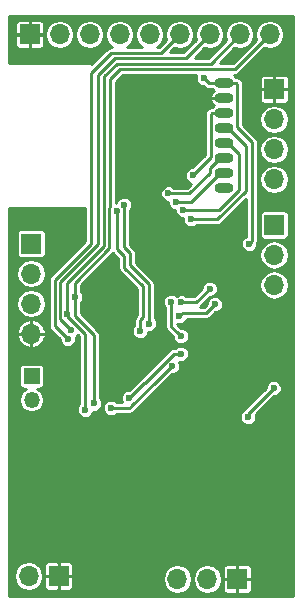
<source format=gbl>
G04 #@! TF.FileFunction,Copper,L2,Bot,Signal*
%FSLAX46Y46*%
G04 Gerber Fmt 4.6, Leading zero omitted, Abs format (unit mm)*
G04 Created by KiCad (PCBNEW 4.0.2-stable) date 9/8/2017 10:58:26 PM*
%MOMM*%
G01*
G04 APERTURE LIST*
%ADD10C,0.100000*%
%ADD11R,1.700000X1.700000*%
%ADD12O,1.700000X1.700000*%
%ADD13O,1.600000X0.900000*%
%ADD14R,1.350000X1.350000*%
%ADD15O,1.350000X1.350000*%
%ADD16C,0.600000*%
%ADD17C,0.250000*%
%ADD18C,0.254000*%
G04 APERTURE END LIST*
D10*
D11*
X102362000Y-97726500D03*
D12*
X102362000Y-100266500D03*
X102362000Y-102806500D03*
X102362000Y-105346500D03*
D11*
X104673600Y-125857200D03*
D12*
X102133600Y-125857200D03*
D11*
X119812000Y-126111200D03*
D12*
X117272000Y-126111200D03*
X114732000Y-126111200D03*
D11*
X122936000Y-96139000D03*
D12*
X122936000Y-98679000D03*
X122936000Y-101219000D03*
D13*
X118682000Y-84119000D03*
X118682000Y-85389000D03*
X118682000Y-86659000D03*
X118682000Y-87929000D03*
X118682000Y-89199000D03*
X118682000Y-90469000D03*
X118682000Y-91739000D03*
X118682000Y-93009000D03*
D11*
X102235000Y-80010000D03*
D12*
X104775000Y-80010000D03*
X107315000Y-80010000D03*
X109855000Y-80010000D03*
X112395000Y-80010000D03*
X114935000Y-80010000D03*
X117475000Y-80010000D03*
X120015000Y-80010000D03*
X122555000Y-80010000D03*
D11*
X122936000Y-84645500D03*
D12*
X122936000Y-87185500D03*
X122936000Y-89725500D03*
X122936000Y-92265500D03*
D14*
X102387400Y-108940600D03*
D15*
X102387400Y-110940600D03*
D16*
X115925600Y-112318800D03*
X110490000Y-114096800D03*
X105105200Y-112548000D03*
X103225600Y-115112800D03*
X119507000Y-95961200D03*
X108302100Y-101498400D03*
X115798600Y-85877400D03*
X122745500Y-112014000D03*
X114808000Y-88900000D03*
X110250000Y-92250000D03*
X120750000Y-107500000D03*
X116965000Y-83693000D03*
X120726200Y-112395000D03*
X122885200Y-109956600D03*
X120827800Y-97739200D03*
X115026620Y-105535914D03*
X114223800Y-102641400D03*
X107696000Y-111252000D03*
X106045000Y-102235000D03*
X106941192Y-111785400D03*
X105419980Y-103679292D03*
X111593063Y-105110640D03*
X109601000Y-94996000D03*
X112359813Y-104485620D03*
X110236000Y-94424500D03*
X105454309Y-105778411D03*
X105729339Y-105027161D03*
X109118400Y-111607600D03*
X114266093Y-108085507D03*
X115070632Y-102698152D03*
X116027200Y-91948000D03*
X117475000Y-101536500D03*
X115887500Y-95631000D03*
X115252500Y-94869000D03*
X113982500Y-93472000D03*
X114617500Y-94170500D03*
X117906800Y-102844600D03*
X114909600Y-103860600D03*
X110642400Y-110794800D03*
X115036600Y-107047100D03*
D17*
X120827800Y-97739200D02*
X121031000Y-97536000D01*
X121031000Y-97536000D02*
X121031000Y-89090500D01*
X121031000Y-89090500D02*
X119824500Y-87884000D01*
X119824500Y-87884000D02*
X119824500Y-84211500D01*
X119824500Y-84211500D02*
X119732000Y-84119000D01*
X119732000Y-84119000D02*
X118682000Y-84119000D01*
X118682000Y-84119000D02*
X117391000Y-84119000D01*
X117391000Y-84119000D02*
X116965000Y-83693000D01*
X120726200Y-112115600D02*
X120726200Y-112395000D01*
X122585201Y-110256599D02*
X120726200Y-112115600D01*
X122885200Y-109956600D02*
X122585201Y-110256599D01*
X114726621Y-105235915D02*
X115026620Y-105535914D01*
X114223800Y-104733094D02*
X114726621Y-105235915D01*
X114223800Y-102641400D02*
X114223800Y-104733094D01*
X108975998Y-94695998D02*
X108975998Y-98107500D01*
X106045000Y-101038498D02*
X108975998Y-98107500D01*
X106045000Y-102235000D02*
X106045000Y-101038498D01*
X107696000Y-110299500D02*
X107696000Y-111252000D01*
X107696000Y-105473500D02*
X107696000Y-110299500D01*
X106045000Y-103822500D02*
X107696000Y-105473500D01*
X106045000Y-102235000D02*
X106045000Y-103822500D01*
X109029500Y-94642496D02*
X108975998Y-94695998D01*
X109029500Y-83820000D02*
X109029500Y-94642496D01*
X119634000Y-82931000D02*
X109918500Y-82931000D01*
X109918500Y-82931000D02*
X109029500Y-83820000D01*
X122555000Y-80010000D02*
X119634000Y-82931000D01*
X106941192Y-105355102D02*
X106941192Y-111361136D01*
X105419980Y-103679292D02*
X105419980Y-103833890D01*
X105419980Y-103833890D02*
X106941192Y-105355102D01*
X106941192Y-111361136D02*
X106941192Y-111785400D01*
X120015000Y-80010000D02*
X117544011Y-82480989D01*
X105419980Y-103255028D02*
X105419980Y-103679292D01*
X105419980Y-101017110D02*
X105419980Y-103255028D01*
X108521500Y-97915590D02*
X105419980Y-101017110D01*
X108521500Y-83564589D02*
X108521500Y-97915590D01*
X109605100Y-82480989D02*
X108521500Y-83564589D01*
X117544011Y-82480989D02*
X109605100Y-82480989D01*
X111823500Y-103949500D02*
X111593063Y-104179937D01*
X111593063Y-104179937D02*
X111593063Y-105110640D01*
X111823500Y-101346000D02*
X111823500Y-103949500D01*
X110236000Y-99758500D02*
X111823500Y-101346000D01*
X110236000Y-98806000D02*
X110236000Y-99758500D01*
X109601000Y-98171000D02*
X110236000Y-98806000D01*
X109601000Y-95420264D02*
X109601000Y-98171000D01*
X109601000Y-94996000D02*
X109601000Y-95420264D01*
X109601000Y-95420264D02*
X109595491Y-95425773D01*
X112359813Y-104061356D02*
X112359813Y-104485620D01*
X112359813Y-103139613D02*
X112359813Y-104061356D01*
X112318800Y-103098600D02*
X112359813Y-103139613D01*
X112318800Y-103352600D02*
X112318800Y-103098600D01*
X112318800Y-103098600D02*
X112318800Y-101117400D01*
X112318800Y-101117400D02*
X110744000Y-99542600D01*
X110744000Y-99542600D02*
X110744000Y-98552000D01*
X110236000Y-98044000D02*
X110236000Y-94424500D01*
X110744000Y-98552000D02*
X110236000Y-98044000D01*
X107442000Y-83248500D02*
X107442000Y-97722270D01*
X105154310Y-105478412D02*
X105454309Y-105778411D01*
X104344967Y-104669069D02*
X105154310Y-105478412D01*
X104344967Y-100819303D02*
X104344967Y-104669069D01*
X107442000Y-97722270D02*
X104344967Y-100819303D01*
X109109533Y-81580967D02*
X107442000Y-83248500D01*
X113364033Y-81580967D02*
X109109533Y-81580967D01*
X114935000Y-80010000D02*
X113364033Y-81580967D01*
X117475000Y-80010000D02*
X115454022Y-82030978D01*
X105429340Y-104727162D02*
X105729339Y-105027161D01*
X104794978Y-101005702D02*
X104794978Y-104092800D01*
X108013500Y-97787180D02*
X104794978Y-101005702D01*
X109418700Y-82030978D02*
X108013500Y-83436178D01*
X108013500Y-83436178D02*
X108013500Y-97787180D01*
X115454022Y-82030978D02*
X109418700Y-82030978D01*
X104794978Y-104092800D02*
X105429340Y-104727162D01*
X110744000Y-111607600D02*
X109118400Y-111607600D01*
X110845600Y-111506000D02*
X110744000Y-111607600D01*
X113030000Y-109321600D02*
X110845600Y-111506000D01*
X113030000Y-109321600D02*
X113966094Y-108385506D01*
X113966094Y-108385506D02*
X114266093Y-108085507D01*
X115494896Y-102698152D02*
X115070632Y-102698152D01*
X116313348Y-102698152D02*
X115494896Y-102698152D01*
X117475000Y-101536500D02*
X116313348Y-102698152D01*
X116027200Y-91948000D02*
X117551200Y-90424000D01*
X117551200Y-90424000D02*
X117551200Y-86739800D01*
X117551200Y-86739800D02*
X117632000Y-86659000D01*
X117632000Y-86659000D02*
X118682000Y-86659000D01*
X118682000Y-86659000D02*
X118332000Y-86659000D01*
X118129940Y-95643500D02*
X118117440Y-95631000D01*
X118117440Y-95631000D02*
X115887500Y-95631000D01*
X120523000Y-93250440D02*
X120523000Y-89420000D01*
X120523000Y-89420000D02*
X119032000Y-87929000D01*
X119032000Y-87929000D02*
X118682000Y-87929000D01*
X118129940Y-95643500D02*
X120523000Y-93250440D01*
X118682000Y-89199000D02*
X119032000Y-89199000D01*
X119032000Y-89199000D02*
X119951500Y-90118500D01*
X119951500Y-90118500D02*
X119951500Y-93185529D01*
X119951500Y-93185529D02*
X118268029Y-94869000D01*
X118268029Y-94869000D02*
X115252500Y-94869000D01*
X113982500Y-93472000D02*
X115760500Y-93472000D01*
X115760500Y-93472000D02*
X117475000Y-91757500D01*
X117475000Y-91757500D02*
X117475000Y-91326000D01*
X117475000Y-91326000D02*
X118332000Y-90469000D01*
X118332000Y-90469000D02*
X118682000Y-90469000D01*
X114617500Y-94170500D02*
X115900500Y-94170500D01*
X115900500Y-94170500D02*
X118332000Y-91739000D01*
X118332000Y-91739000D02*
X118682000Y-91739000D01*
X114909600Y-103860600D02*
X115209599Y-103560601D01*
X115209599Y-103560601D02*
X117190799Y-103560601D01*
X117190799Y-103560601D02*
X117606801Y-103144599D01*
X117606801Y-103144599D02*
X117906800Y-102844600D01*
X111937800Y-109499400D02*
X110642400Y-110794800D01*
X111963200Y-109499400D02*
X111937800Y-109499400D01*
X114612336Y-107047100D02*
X114415500Y-107047100D01*
X114415500Y-107047100D02*
X111963200Y-109499400D01*
X115036600Y-107047100D02*
X114612336Y-107047100D01*
X114612336Y-107047100D02*
X114598436Y-107061000D01*
D18*
G36*
X124544000Y-127544000D02*
X100456000Y-127544000D01*
X100456000Y-125833083D01*
X100902600Y-125833083D01*
X100902600Y-125881317D01*
X100996304Y-126352400D01*
X101263152Y-126751765D01*
X101662517Y-127018613D01*
X102133600Y-127112317D01*
X102604683Y-127018613D01*
X103004048Y-126751765D01*
X103270896Y-126352400D01*
X103350351Y-125952950D01*
X103442600Y-125952950D01*
X103442600Y-126782986D01*
X103500604Y-126923020D01*
X103607781Y-127030196D01*
X103747815Y-127088200D01*
X104577850Y-127088200D01*
X104673100Y-126992950D01*
X104673100Y-125857700D01*
X104674100Y-125857700D01*
X104674100Y-126992950D01*
X104769350Y-127088200D01*
X105599385Y-127088200D01*
X105739419Y-127030196D01*
X105846596Y-126923020D01*
X105904600Y-126782986D01*
X105904600Y-126087083D01*
X113501000Y-126087083D01*
X113501000Y-126135317D01*
X113594704Y-126606400D01*
X113861552Y-127005765D01*
X114260917Y-127272613D01*
X114732000Y-127366317D01*
X115203083Y-127272613D01*
X115602448Y-127005765D01*
X115869296Y-126606400D01*
X115963000Y-126135317D01*
X115963000Y-126087083D01*
X116041000Y-126087083D01*
X116041000Y-126135317D01*
X116134704Y-126606400D01*
X116401552Y-127005765D01*
X116800917Y-127272613D01*
X117272000Y-127366317D01*
X117743083Y-127272613D01*
X118142448Y-127005765D01*
X118409296Y-126606400D01*
X118488751Y-126206950D01*
X118581000Y-126206950D01*
X118581000Y-127036986D01*
X118639004Y-127177020D01*
X118746181Y-127284196D01*
X118886215Y-127342200D01*
X119716250Y-127342200D01*
X119811500Y-127246950D01*
X119811500Y-126111700D01*
X119812500Y-126111700D01*
X119812500Y-127246950D01*
X119907750Y-127342200D01*
X120737785Y-127342200D01*
X120877819Y-127284196D01*
X120984996Y-127177020D01*
X121043000Y-127036986D01*
X121043000Y-126206950D01*
X120947750Y-126111700D01*
X119812500Y-126111700D01*
X119811500Y-126111700D01*
X118676250Y-126111700D01*
X118581000Y-126206950D01*
X118488751Y-126206950D01*
X118503000Y-126135317D01*
X118503000Y-126087083D01*
X118409296Y-125616000D01*
X118142448Y-125216635D01*
X118095723Y-125185414D01*
X118581000Y-125185414D01*
X118581000Y-126015450D01*
X118676250Y-126110700D01*
X119811500Y-126110700D01*
X119811500Y-124975450D01*
X119812500Y-124975450D01*
X119812500Y-126110700D01*
X120947750Y-126110700D01*
X121043000Y-126015450D01*
X121043000Y-125185414D01*
X120984996Y-125045380D01*
X120877819Y-124938204D01*
X120737785Y-124880200D01*
X119907750Y-124880200D01*
X119812500Y-124975450D01*
X119811500Y-124975450D01*
X119716250Y-124880200D01*
X118886215Y-124880200D01*
X118746181Y-124938204D01*
X118639004Y-125045380D01*
X118581000Y-125185414D01*
X118095723Y-125185414D01*
X117743083Y-124949787D01*
X117272000Y-124856083D01*
X116800917Y-124949787D01*
X116401552Y-125216635D01*
X116134704Y-125616000D01*
X116041000Y-126087083D01*
X115963000Y-126087083D01*
X115869296Y-125616000D01*
X115602448Y-125216635D01*
X115203083Y-124949787D01*
X114732000Y-124856083D01*
X114260917Y-124949787D01*
X113861552Y-125216635D01*
X113594704Y-125616000D01*
X113501000Y-126087083D01*
X105904600Y-126087083D01*
X105904600Y-125952950D01*
X105809350Y-125857700D01*
X104674100Y-125857700D01*
X104673100Y-125857700D01*
X103537850Y-125857700D01*
X103442600Y-125952950D01*
X103350351Y-125952950D01*
X103364600Y-125881317D01*
X103364600Y-125833083D01*
X103270896Y-125362000D01*
X103004048Y-124962635D01*
X102957323Y-124931414D01*
X103442600Y-124931414D01*
X103442600Y-125761450D01*
X103537850Y-125856700D01*
X104673100Y-125856700D01*
X104673100Y-124721450D01*
X104674100Y-124721450D01*
X104674100Y-125856700D01*
X105809350Y-125856700D01*
X105904600Y-125761450D01*
X105904600Y-124931414D01*
X105846596Y-124791380D01*
X105739419Y-124684204D01*
X105599385Y-124626200D01*
X104769350Y-124626200D01*
X104674100Y-124721450D01*
X104673100Y-124721450D01*
X104577850Y-124626200D01*
X103747815Y-124626200D01*
X103607781Y-124684204D01*
X103500604Y-124791380D01*
X103442600Y-124931414D01*
X102957323Y-124931414D01*
X102604683Y-124695787D01*
X102133600Y-124602083D01*
X101662517Y-124695787D01*
X101263152Y-124962635D01*
X100996304Y-125362000D01*
X100902600Y-125833083D01*
X100456000Y-125833083D01*
X100456000Y-112529865D01*
X120045082Y-112529865D01*
X120148539Y-112780252D01*
X120339941Y-112971987D01*
X120590146Y-113075882D01*
X120861065Y-113076118D01*
X121111452Y-112972661D01*
X121303187Y-112781259D01*
X121407082Y-112531054D01*
X121407318Y-112260135D01*
X121375138Y-112182254D01*
X122919761Y-110637631D01*
X123020065Y-110637718D01*
X123270452Y-110534261D01*
X123462187Y-110342859D01*
X123566082Y-110092654D01*
X123566318Y-109821735D01*
X123462861Y-109571348D01*
X123271459Y-109379613D01*
X123021254Y-109275718D01*
X122750335Y-109275482D01*
X122499948Y-109378939D01*
X122308213Y-109570341D01*
X122204318Y-109820546D01*
X122204230Y-109921978D01*
X120368404Y-111757804D01*
X120303937Y-111854286D01*
X120149213Y-112008741D01*
X120045318Y-112258946D01*
X120045082Y-112529865D01*
X100456000Y-112529865D01*
X100456000Y-110940600D01*
X101310712Y-110940600D01*
X101391095Y-111344714D01*
X101620007Y-111687305D01*
X101962598Y-111916217D01*
X102366712Y-111996600D01*
X102408088Y-111996600D01*
X102812202Y-111916217D01*
X103154793Y-111687305D01*
X103383705Y-111344714D01*
X103464088Y-110940600D01*
X103383705Y-110536486D01*
X103154793Y-110193895D01*
X102870691Y-110004064D01*
X103062400Y-110004064D01*
X103203590Y-109977497D01*
X103333265Y-109894054D01*
X103420259Y-109766734D01*
X103450864Y-109615600D01*
X103450864Y-108265600D01*
X103424297Y-108124410D01*
X103340854Y-107994735D01*
X103213534Y-107907741D01*
X103062400Y-107877136D01*
X101712400Y-107877136D01*
X101571210Y-107903703D01*
X101441535Y-107987146D01*
X101354541Y-108114466D01*
X101323936Y-108265600D01*
X101323936Y-109615600D01*
X101350503Y-109756790D01*
X101433946Y-109886465D01*
X101561266Y-109973459D01*
X101712400Y-110004064D01*
X101904109Y-110004064D01*
X101620007Y-110193895D01*
X101391095Y-110536486D01*
X101310712Y-110940600D01*
X100456000Y-110940600D01*
X100456000Y-105539565D01*
X101146234Y-105539565D01*
X101164896Y-105633385D01*
X101365806Y-106069659D01*
X101718378Y-106395839D01*
X102168935Y-106562266D01*
X102361500Y-106482250D01*
X102361500Y-105347000D01*
X102362500Y-105347000D01*
X102362500Y-106482250D01*
X102555065Y-106562266D01*
X103005622Y-106395839D01*
X103358194Y-106069659D01*
X103559104Y-105633385D01*
X103577766Y-105539565D01*
X103497750Y-105347000D01*
X102362500Y-105347000D01*
X102361500Y-105347000D01*
X101226250Y-105347000D01*
X101146234Y-105539565D01*
X100456000Y-105539565D01*
X100456000Y-105153435D01*
X101146234Y-105153435D01*
X101226250Y-105346000D01*
X102361500Y-105346000D01*
X102361500Y-104210750D01*
X102362500Y-104210750D01*
X102362500Y-105346000D01*
X103497750Y-105346000D01*
X103577766Y-105153435D01*
X103559104Y-105059615D01*
X103358194Y-104623341D01*
X103005622Y-104297161D01*
X102555065Y-104130734D01*
X102362500Y-104210750D01*
X102361500Y-104210750D01*
X102168935Y-104130734D01*
X101718378Y-104297161D01*
X101365806Y-104623341D01*
X101164896Y-105059615D01*
X101146234Y-105153435D01*
X100456000Y-105153435D01*
X100456000Y-102806500D01*
X101106883Y-102806500D01*
X101200587Y-103277583D01*
X101467435Y-103676948D01*
X101866800Y-103943796D01*
X102337883Y-104037500D01*
X102386117Y-104037500D01*
X102857200Y-103943796D01*
X103256565Y-103676948D01*
X103523413Y-103277583D01*
X103617117Y-102806500D01*
X103523413Y-102335417D01*
X103256565Y-101936052D01*
X102857200Y-101669204D01*
X102386117Y-101575500D01*
X102337883Y-101575500D01*
X101866800Y-101669204D01*
X101467435Y-101936052D01*
X101200587Y-102335417D01*
X101106883Y-102806500D01*
X100456000Y-102806500D01*
X100456000Y-100266500D01*
X101106883Y-100266500D01*
X101200587Y-100737583D01*
X101467435Y-101136948D01*
X101866800Y-101403796D01*
X102337883Y-101497500D01*
X102386117Y-101497500D01*
X102857200Y-101403796D01*
X103256565Y-101136948D01*
X103523413Y-100737583D01*
X103617117Y-100266500D01*
X103523413Y-99795417D01*
X103256565Y-99396052D01*
X102857200Y-99129204D01*
X102386117Y-99035500D01*
X102337883Y-99035500D01*
X101866800Y-99129204D01*
X101467435Y-99396052D01*
X101200587Y-99795417D01*
X101106883Y-100266500D01*
X100456000Y-100266500D01*
X100456000Y-96876500D01*
X101123536Y-96876500D01*
X101123536Y-98576500D01*
X101150103Y-98717690D01*
X101233546Y-98847365D01*
X101360866Y-98934359D01*
X101512000Y-98964964D01*
X103212000Y-98964964D01*
X103353190Y-98938397D01*
X103482865Y-98854954D01*
X103569859Y-98727634D01*
X103600464Y-98576500D01*
X103600464Y-96876500D01*
X103573897Y-96735310D01*
X103490454Y-96605635D01*
X103363134Y-96518641D01*
X103212000Y-96488036D01*
X101512000Y-96488036D01*
X101370810Y-96514603D01*
X101241135Y-96598046D01*
X101154141Y-96725366D01*
X101123536Y-96876500D01*
X100456000Y-96876500D01*
X100456000Y-94742000D01*
X106936000Y-94742000D01*
X106936000Y-97512678D01*
X103987171Y-100461507D01*
X103877484Y-100625665D01*
X103838967Y-100819303D01*
X103838967Y-104669069D01*
X103877484Y-104862707D01*
X103987171Y-105026865D01*
X104773278Y-105812972D01*
X104773191Y-105913276D01*
X104876648Y-106163663D01*
X105068050Y-106355398D01*
X105318255Y-106459293D01*
X105589174Y-106459529D01*
X105839561Y-106356072D01*
X106031296Y-106164670D01*
X106135191Y-105914465D01*
X106135427Y-105643546D01*
X106118015Y-105601404D01*
X106295112Y-105424614D01*
X106435192Y-105564694D01*
X106435192Y-111328277D01*
X106364205Y-111399141D01*
X106260310Y-111649346D01*
X106260074Y-111920265D01*
X106363531Y-112170652D01*
X106554933Y-112362387D01*
X106805138Y-112466282D01*
X107076057Y-112466518D01*
X107326444Y-112363061D01*
X107518179Y-112171659D01*
X107617308Y-111932932D01*
X107830865Y-111933118D01*
X108081252Y-111829661D01*
X108168599Y-111742465D01*
X108437282Y-111742465D01*
X108540739Y-111992852D01*
X108732141Y-112184587D01*
X108982346Y-112288482D01*
X109253265Y-112288718D01*
X109503652Y-112185261D01*
X109575438Y-112113600D01*
X110744000Y-112113600D01*
X110937638Y-112075083D01*
X111101796Y-111965396D01*
X114300654Y-108766538D01*
X114400958Y-108766625D01*
X114651345Y-108663168D01*
X114843080Y-108471766D01*
X114946975Y-108221561D01*
X114947211Y-107950642D01*
X114845821Y-107705258D01*
X114900546Y-107727982D01*
X115171465Y-107728218D01*
X115421852Y-107624761D01*
X115613587Y-107433359D01*
X115717482Y-107183154D01*
X115717718Y-106912235D01*
X115614261Y-106661848D01*
X115422859Y-106470113D01*
X115172654Y-106366218D01*
X114901735Y-106365982D01*
X114651348Y-106469439D01*
X114579562Y-106541100D01*
X114415500Y-106541100D01*
X114221862Y-106579617D01*
X114057704Y-106689304D01*
X111656551Y-109090457D01*
X111580004Y-109141604D01*
X110607839Y-110113769D01*
X110507535Y-110113682D01*
X110257148Y-110217139D01*
X110065413Y-110408541D01*
X109961518Y-110658746D01*
X109961282Y-110929665D01*
X110032324Y-111101600D01*
X109575523Y-111101600D01*
X109504659Y-111030613D01*
X109254454Y-110926718D01*
X108983535Y-110926482D01*
X108733148Y-111029939D01*
X108541413Y-111221341D01*
X108437518Y-111471546D01*
X108437282Y-111742465D01*
X108168599Y-111742465D01*
X108272987Y-111638259D01*
X108376882Y-111388054D01*
X108377118Y-111117135D01*
X108273661Y-110866748D01*
X108202000Y-110794962D01*
X108202000Y-105473500D01*
X108163483Y-105279862D01*
X108053796Y-105115704D01*
X106551000Y-103612908D01*
X106551000Y-102692123D01*
X106621987Y-102621259D01*
X106725882Y-102371054D01*
X106726118Y-102100135D01*
X106622661Y-101849748D01*
X106551000Y-101777962D01*
X106551000Y-101248090D01*
X109256749Y-98542341D01*
X109730000Y-99015592D01*
X109730000Y-99758500D01*
X109768517Y-99952138D01*
X109878204Y-100116296D01*
X111317500Y-101555592D01*
X111317500Y-103739908D01*
X111235267Y-103822141D01*
X111125580Y-103986299D01*
X111087063Y-104179937D01*
X111087063Y-104653517D01*
X111016076Y-104724381D01*
X110912181Y-104974586D01*
X110911945Y-105245505D01*
X111015402Y-105495892D01*
X111206804Y-105687627D01*
X111457009Y-105791522D01*
X111727928Y-105791758D01*
X111978315Y-105688301D01*
X112170050Y-105496899D01*
X112273945Y-105246694D01*
X112274015Y-105166546D01*
X112494678Y-105166738D01*
X112745065Y-105063281D01*
X112936800Y-104871879D01*
X113040695Y-104621674D01*
X113040931Y-104350755D01*
X112937474Y-104100368D01*
X112865813Y-104028582D01*
X112865813Y-103139613D01*
X112827296Y-102945975D01*
X112824800Y-102942239D01*
X112824800Y-102776265D01*
X113542682Y-102776265D01*
X113646139Y-103026652D01*
X113717800Y-103098438D01*
X113717800Y-104733094D01*
X113756317Y-104926732D01*
X113866004Y-105090890D01*
X114345589Y-105570475D01*
X114345502Y-105670779D01*
X114448959Y-105921166D01*
X114640361Y-106112901D01*
X114890566Y-106216796D01*
X115161485Y-106217032D01*
X115411872Y-106113575D01*
X115603607Y-105922173D01*
X115707502Y-105671968D01*
X115707738Y-105401049D01*
X115604281Y-105150662D01*
X115412879Y-104958927D01*
X115162674Y-104855032D01*
X115061242Y-104854944D01*
X114729800Y-104523502D01*
X114729800Y-104523317D01*
X114773546Y-104541482D01*
X115044465Y-104541718D01*
X115294852Y-104438261D01*
X115486587Y-104246859D01*
X115561437Y-104066601D01*
X117190799Y-104066601D01*
X117384437Y-104028084D01*
X117548595Y-103918397D01*
X117941361Y-103525631D01*
X118041665Y-103525718D01*
X118292052Y-103422261D01*
X118483787Y-103230859D01*
X118587682Y-102980654D01*
X118587918Y-102709735D01*
X118484461Y-102459348D01*
X118293059Y-102267613D01*
X118042854Y-102163718D01*
X117771935Y-102163482D01*
X117521548Y-102266939D01*
X117329813Y-102458341D01*
X117225918Y-102708546D01*
X117225830Y-102809978D01*
X116981207Y-103054601D01*
X116672491Y-103054601D01*
X117509561Y-102217531D01*
X117609865Y-102217618D01*
X117860252Y-102114161D01*
X118051987Y-101922759D01*
X118155882Y-101672554D01*
X118156118Y-101401635D01*
X118080656Y-101219000D01*
X121680883Y-101219000D01*
X121774587Y-101690083D01*
X122041435Y-102089448D01*
X122440800Y-102356296D01*
X122911883Y-102450000D01*
X122960117Y-102450000D01*
X123431200Y-102356296D01*
X123830565Y-102089448D01*
X124097413Y-101690083D01*
X124191117Y-101219000D01*
X124097413Y-100747917D01*
X123830565Y-100348552D01*
X123431200Y-100081704D01*
X122960117Y-99988000D01*
X122911883Y-99988000D01*
X122440800Y-100081704D01*
X122041435Y-100348552D01*
X121774587Y-100747917D01*
X121680883Y-101219000D01*
X118080656Y-101219000D01*
X118052661Y-101151248D01*
X117861259Y-100959513D01*
X117611054Y-100855618D01*
X117340135Y-100855382D01*
X117089748Y-100958839D01*
X116898013Y-101150241D01*
X116794118Y-101400446D01*
X116794030Y-101501878D01*
X116103756Y-102192152D01*
X115527755Y-102192152D01*
X115456891Y-102121165D01*
X115206686Y-102017270D01*
X114935767Y-102017034D01*
X114685380Y-102120491D01*
X114675693Y-102130161D01*
X114610059Y-102064413D01*
X114359854Y-101960518D01*
X114088935Y-101960282D01*
X113838548Y-102063739D01*
X113646813Y-102255141D01*
X113542918Y-102505346D01*
X113542682Y-102776265D01*
X112824800Y-102776265D01*
X112824800Y-101117400D01*
X112786283Y-100923762D01*
X112676596Y-100759604D01*
X111250000Y-99333008D01*
X111250000Y-98679000D01*
X121680883Y-98679000D01*
X121774587Y-99150083D01*
X122041435Y-99549448D01*
X122440800Y-99816296D01*
X122911883Y-99910000D01*
X122960117Y-99910000D01*
X123431200Y-99816296D01*
X123830565Y-99549448D01*
X124097413Y-99150083D01*
X124191117Y-98679000D01*
X124097413Y-98207917D01*
X123830565Y-97808552D01*
X123431200Y-97541704D01*
X122960117Y-97448000D01*
X122911883Y-97448000D01*
X122440800Y-97541704D01*
X122041435Y-97808552D01*
X121774587Y-98207917D01*
X121680883Y-98679000D01*
X111250000Y-98679000D01*
X111250000Y-98552000D01*
X111211483Y-98358362D01*
X111101796Y-98194204D01*
X110742000Y-97834408D01*
X110742000Y-94881623D01*
X110812987Y-94810759D01*
X110916882Y-94560554D01*
X110917118Y-94289635D01*
X110813661Y-94039248D01*
X110622259Y-93847513D01*
X110372054Y-93743618D01*
X110101135Y-93743382D01*
X109850748Y-93846839D01*
X109659013Y-94038241D01*
X109555118Y-94288446D01*
X109555095Y-94314959D01*
X109535500Y-94314942D01*
X109535500Y-84029592D01*
X110128092Y-83437000D01*
X116333924Y-83437000D01*
X116284118Y-83556946D01*
X116283882Y-83827865D01*
X116387339Y-84078252D01*
X116578741Y-84269987D01*
X116828946Y-84373882D01*
X116930378Y-84373970D01*
X117033204Y-84476796D01*
X117197362Y-84586483D01*
X117391000Y-84625000D01*
X117666730Y-84625000D01*
X117721257Y-84706606D01*
X117803804Y-84761762D01*
X117744040Y-84801747D01*
X117564064Y-85071452D01*
X117511309Y-85258509D01*
X117596250Y-85388500D01*
X118681500Y-85388500D01*
X118681500Y-85368500D01*
X118682500Y-85368500D01*
X118682500Y-85388500D01*
X118702500Y-85388500D01*
X118702500Y-85389500D01*
X118682500Y-85389500D01*
X118682500Y-85409500D01*
X118681500Y-85409500D01*
X118681500Y-85389500D01*
X117596250Y-85389500D01*
X117511309Y-85519491D01*
X117564064Y-85706548D01*
X117744040Y-85976253D01*
X117803804Y-86016238D01*
X117721257Y-86071394D01*
X117666730Y-86153000D01*
X117632000Y-86153000D01*
X117438362Y-86191517D01*
X117274204Y-86301204D01*
X117193404Y-86382004D01*
X117083717Y-86546162D01*
X117045200Y-86739800D01*
X117045200Y-90214408D01*
X115992639Y-91266969D01*
X115892335Y-91266882D01*
X115641948Y-91370339D01*
X115450213Y-91561741D01*
X115346318Y-91811946D01*
X115346082Y-92082865D01*
X115449539Y-92333252D01*
X115640941Y-92524987D01*
X115888941Y-92627967D01*
X115550908Y-92966000D01*
X114439623Y-92966000D01*
X114368759Y-92895013D01*
X114118554Y-92791118D01*
X113847635Y-92790882D01*
X113597248Y-92894339D01*
X113405513Y-93085741D01*
X113301618Y-93335946D01*
X113301382Y-93606865D01*
X113404839Y-93857252D01*
X113596241Y-94048987D01*
X113846446Y-94152882D01*
X113936515Y-94152960D01*
X113936382Y-94305365D01*
X114039839Y-94555752D01*
X114231241Y-94747487D01*
X114481446Y-94851382D01*
X114571515Y-94851460D01*
X114571382Y-95003865D01*
X114674839Y-95254252D01*
X114866241Y-95445987D01*
X115116446Y-95549882D01*
X115206570Y-95549961D01*
X115206382Y-95765865D01*
X115309839Y-96016252D01*
X115501241Y-96207987D01*
X115751446Y-96311882D01*
X116022365Y-96312118D01*
X116272752Y-96208661D01*
X116344538Y-96137000D01*
X118067098Y-96137000D01*
X118129940Y-96149500D01*
X118323578Y-96110983D01*
X118487736Y-96001296D01*
X120525000Y-93964032D01*
X120525000Y-97127471D01*
X120442548Y-97161539D01*
X120250813Y-97352941D01*
X120146918Y-97603146D01*
X120146682Y-97874065D01*
X120250139Y-98124452D01*
X120441541Y-98316187D01*
X120691746Y-98420082D01*
X120962665Y-98420318D01*
X121213052Y-98316861D01*
X121404787Y-98125459D01*
X121508682Y-97875254D01*
X121508854Y-97677498D01*
X121537000Y-97536000D01*
X121537000Y-95289000D01*
X121697536Y-95289000D01*
X121697536Y-96989000D01*
X121724103Y-97130190D01*
X121807546Y-97259865D01*
X121934866Y-97346859D01*
X122086000Y-97377464D01*
X123786000Y-97377464D01*
X123927190Y-97350897D01*
X124056865Y-97267454D01*
X124143859Y-97140134D01*
X124174464Y-96989000D01*
X124174464Y-95289000D01*
X124147897Y-95147810D01*
X124064454Y-95018135D01*
X123937134Y-94931141D01*
X123786000Y-94900536D01*
X122086000Y-94900536D01*
X121944810Y-94927103D01*
X121815135Y-95010546D01*
X121728141Y-95137866D01*
X121697536Y-95289000D01*
X121537000Y-95289000D01*
X121537000Y-92265500D01*
X121680883Y-92265500D01*
X121774587Y-92736583D01*
X122041435Y-93135948D01*
X122440800Y-93402796D01*
X122911883Y-93496500D01*
X122960117Y-93496500D01*
X123431200Y-93402796D01*
X123830565Y-93135948D01*
X124097413Y-92736583D01*
X124191117Y-92265500D01*
X124097413Y-91794417D01*
X123830565Y-91395052D01*
X123431200Y-91128204D01*
X122960117Y-91034500D01*
X122911883Y-91034500D01*
X122440800Y-91128204D01*
X122041435Y-91395052D01*
X121774587Y-91794417D01*
X121680883Y-92265500D01*
X121537000Y-92265500D01*
X121537000Y-89725500D01*
X121680883Y-89725500D01*
X121774587Y-90196583D01*
X122041435Y-90595948D01*
X122440800Y-90862796D01*
X122911883Y-90956500D01*
X122960117Y-90956500D01*
X123431200Y-90862796D01*
X123830565Y-90595948D01*
X124097413Y-90196583D01*
X124191117Y-89725500D01*
X124097413Y-89254417D01*
X123830565Y-88855052D01*
X123431200Y-88588204D01*
X122960117Y-88494500D01*
X122911883Y-88494500D01*
X122440800Y-88588204D01*
X122041435Y-88855052D01*
X121774587Y-89254417D01*
X121680883Y-89725500D01*
X121537000Y-89725500D01*
X121537000Y-89090500D01*
X121498483Y-88896862D01*
X121388796Y-88732704D01*
X120330500Y-87674408D01*
X120330500Y-87185500D01*
X121680883Y-87185500D01*
X121774587Y-87656583D01*
X122041435Y-88055948D01*
X122440800Y-88322796D01*
X122911883Y-88416500D01*
X122960117Y-88416500D01*
X123431200Y-88322796D01*
X123830565Y-88055948D01*
X124097413Y-87656583D01*
X124191117Y-87185500D01*
X124097413Y-86714417D01*
X123830565Y-86315052D01*
X123431200Y-86048204D01*
X122960117Y-85954500D01*
X122911883Y-85954500D01*
X122440800Y-86048204D01*
X122041435Y-86315052D01*
X121774587Y-86714417D01*
X121680883Y-87185500D01*
X120330500Y-87185500D01*
X120330500Y-84741250D01*
X121705000Y-84741250D01*
X121705000Y-85571285D01*
X121763004Y-85711319D01*
X121870180Y-85818496D01*
X122010214Y-85876500D01*
X122840250Y-85876500D01*
X122935500Y-85781250D01*
X122935500Y-84646000D01*
X122936500Y-84646000D01*
X122936500Y-85781250D01*
X123031750Y-85876500D01*
X123861786Y-85876500D01*
X124001820Y-85818496D01*
X124108996Y-85711319D01*
X124167000Y-85571285D01*
X124167000Y-84741250D01*
X124071750Y-84646000D01*
X122936500Y-84646000D01*
X122935500Y-84646000D01*
X121800250Y-84646000D01*
X121705000Y-84741250D01*
X120330500Y-84741250D01*
X120330500Y-84211500D01*
X120291983Y-84017862D01*
X120182296Y-83853704D01*
X120089796Y-83761204D01*
X120027704Y-83719715D01*
X121705000Y-83719715D01*
X121705000Y-84549750D01*
X121800250Y-84645000D01*
X122935500Y-84645000D01*
X122935500Y-83509750D01*
X122936500Y-83509750D01*
X122936500Y-84645000D01*
X124071750Y-84645000D01*
X124167000Y-84549750D01*
X124167000Y-83719715D01*
X124108996Y-83579681D01*
X124001820Y-83472504D01*
X123861786Y-83414500D01*
X123031750Y-83414500D01*
X122936500Y-83509750D01*
X122935500Y-83509750D01*
X122840250Y-83414500D01*
X122010214Y-83414500D01*
X121870180Y-83472504D01*
X121763004Y-83579681D01*
X121705000Y-83719715D01*
X120027704Y-83719715D01*
X119925638Y-83651517D01*
X119732000Y-83613000D01*
X119697270Y-83613000D01*
X119642743Y-83531394D01*
X119501472Y-83437000D01*
X119634000Y-83437000D01*
X119827638Y-83398483D01*
X119991796Y-83288796D01*
X122104988Y-81175604D01*
X122555000Y-81265117D01*
X123026083Y-81171413D01*
X123425448Y-80904565D01*
X123692296Y-80505200D01*
X123786000Y-80034117D01*
X123786000Y-79985883D01*
X123692296Y-79514800D01*
X123425448Y-79115435D01*
X123026083Y-78848587D01*
X122555000Y-78754883D01*
X122083917Y-78848587D01*
X121684552Y-79115435D01*
X121417704Y-79514800D01*
X121324000Y-79985883D01*
X121324000Y-80034117D01*
X121405510Y-80443898D01*
X119424408Y-82425000D01*
X118315592Y-82425000D01*
X119564988Y-81175604D01*
X120015000Y-81265117D01*
X120486083Y-81171413D01*
X120885448Y-80904565D01*
X121152296Y-80505200D01*
X121246000Y-80034117D01*
X121246000Y-79985883D01*
X121152296Y-79514800D01*
X120885448Y-79115435D01*
X120486083Y-78848587D01*
X120015000Y-78754883D01*
X119543917Y-78848587D01*
X119144552Y-79115435D01*
X118877704Y-79514800D01*
X118784000Y-79985883D01*
X118784000Y-80034117D01*
X118865510Y-80443898D01*
X117334419Y-81974989D01*
X116225603Y-81974989D01*
X117024988Y-81175604D01*
X117475000Y-81265117D01*
X117946083Y-81171413D01*
X118345448Y-80904565D01*
X118612296Y-80505200D01*
X118706000Y-80034117D01*
X118706000Y-79985883D01*
X118612296Y-79514800D01*
X118345448Y-79115435D01*
X117946083Y-78848587D01*
X117475000Y-78754883D01*
X117003917Y-78848587D01*
X116604552Y-79115435D01*
X116337704Y-79514800D01*
X116244000Y-79985883D01*
X116244000Y-80034117D01*
X116325510Y-80443898D01*
X115244430Y-81524978D01*
X114135614Y-81524978D01*
X114484988Y-81175604D01*
X114935000Y-81265117D01*
X115406083Y-81171413D01*
X115805448Y-80904565D01*
X116072296Y-80505200D01*
X116166000Y-80034117D01*
X116166000Y-79985883D01*
X116072296Y-79514800D01*
X115805448Y-79115435D01*
X115406083Y-78848587D01*
X114935000Y-78754883D01*
X114463917Y-78848587D01*
X114064552Y-79115435D01*
X113797704Y-79514800D01*
X113704000Y-79985883D01*
X113704000Y-80034117D01*
X113785510Y-80443898D01*
X113154441Y-81074967D01*
X113010424Y-81074967D01*
X113265448Y-80904565D01*
X113532296Y-80505200D01*
X113626000Y-80034117D01*
X113626000Y-79985883D01*
X113532296Y-79514800D01*
X113265448Y-79115435D01*
X112866083Y-78848587D01*
X112395000Y-78754883D01*
X111923917Y-78848587D01*
X111524552Y-79115435D01*
X111257704Y-79514800D01*
X111164000Y-79985883D01*
X111164000Y-80034117D01*
X111257704Y-80505200D01*
X111524552Y-80904565D01*
X111779576Y-81074967D01*
X110470424Y-81074967D01*
X110725448Y-80904565D01*
X110992296Y-80505200D01*
X111086000Y-80034117D01*
X111086000Y-79985883D01*
X110992296Y-79514800D01*
X110725448Y-79115435D01*
X110326083Y-78848587D01*
X109855000Y-78754883D01*
X109383917Y-78848587D01*
X108984552Y-79115435D01*
X108717704Y-79514800D01*
X108624000Y-79985883D01*
X108624000Y-80034117D01*
X108717704Y-80505200D01*
X108984552Y-80904565D01*
X109239576Y-81074967D01*
X109109533Y-81074967D01*
X108915895Y-81113484D01*
X108751737Y-81223171D01*
X107439293Y-82535615D01*
X107433315Y-82503841D01*
X107406035Y-82461447D01*
X107364410Y-82433006D01*
X107315000Y-82423000D01*
X100456000Y-82423000D01*
X100456000Y-80105750D01*
X101004000Y-80105750D01*
X101004000Y-80935786D01*
X101062004Y-81075820D01*
X101169181Y-81182996D01*
X101309215Y-81241000D01*
X102139250Y-81241000D01*
X102234500Y-81145750D01*
X102234500Y-80010500D01*
X102235500Y-80010500D01*
X102235500Y-81145750D01*
X102330750Y-81241000D01*
X103160785Y-81241000D01*
X103300819Y-81182996D01*
X103407996Y-81075820D01*
X103466000Y-80935786D01*
X103466000Y-80105750D01*
X103370750Y-80010500D01*
X102235500Y-80010500D01*
X102234500Y-80010500D01*
X101099250Y-80010500D01*
X101004000Y-80105750D01*
X100456000Y-80105750D01*
X100456000Y-79084214D01*
X101004000Y-79084214D01*
X101004000Y-79914250D01*
X101099250Y-80009500D01*
X102234500Y-80009500D01*
X102234500Y-78874250D01*
X102235500Y-78874250D01*
X102235500Y-80009500D01*
X103370750Y-80009500D01*
X103394367Y-79985883D01*
X103544000Y-79985883D01*
X103544000Y-80034117D01*
X103637704Y-80505200D01*
X103904552Y-80904565D01*
X104303917Y-81171413D01*
X104775000Y-81265117D01*
X105246083Y-81171413D01*
X105645448Y-80904565D01*
X105912296Y-80505200D01*
X106006000Y-80034117D01*
X106006000Y-79985883D01*
X106084000Y-79985883D01*
X106084000Y-80034117D01*
X106177704Y-80505200D01*
X106444552Y-80904565D01*
X106843917Y-81171413D01*
X107315000Y-81265117D01*
X107786083Y-81171413D01*
X108185448Y-80904565D01*
X108452296Y-80505200D01*
X108546000Y-80034117D01*
X108546000Y-79985883D01*
X108452296Y-79514800D01*
X108185448Y-79115435D01*
X107786083Y-78848587D01*
X107315000Y-78754883D01*
X106843917Y-78848587D01*
X106444552Y-79115435D01*
X106177704Y-79514800D01*
X106084000Y-79985883D01*
X106006000Y-79985883D01*
X105912296Y-79514800D01*
X105645448Y-79115435D01*
X105246083Y-78848587D01*
X104775000Y-78754883D01*
X104303917Y-78848587D01*
X103904552Y-79115435D01*
X103637704Y-79514800D01*
X103544000Y-79985883D01*
X103394367Y-79985883D01*
X103466000Y-79914250D01*
X103466000Y-79084214D01*
X103407996Y-78944180D01*
X103300819Y-78837004D01*
X103160785Y-78779000D01*
X102330750Y-78779000D01*
X102235500Y-78874250D01*
X102234500Y-78874250D01*
X102139250Y-78779000D01*
X101309215Y-78779000D01*
X101169181Y-78837004D01*
X101062004Y-78944180D01*
X101004000Y-79084214D01*
X100456000Y-79084214D01*
X100456000Y-78456000D01*
X124544000Y-78456000D01*
X124544000Y-127544000D01*
X124544000Y-127544000D01*
G37*
X124544000Y-127544000D02*
X100456000Y-127544000D01*
X100456000Y-125833083D01*
X100902600Y-125833083D01*
X100902600Y-125881317D01*
X100996304Y-126352400D01*
X101263152Y-126751765D01*
X101662517Y-127018613D01*
X102133600Y-127112317D01*
X102604683Y-127018613D01*
X103004048Y-126751765D01*
X103270896Y-126352400D01*
X103350351Y-125952950D01*
X103442600Y-125952950D01*
X103442600Y-126782986D01*
X103500604Y-126923020D01*
X103607781Y-127030196D01*
X103747815Y-127088200D01*
X104577850Y-127088200D01*
X104673100Y-126992950D01*
X104673100Y-125857700D01*
X104674100Y-125857700D01*
X104674100Y-126992950D01*
X104769350Y-127088200D01*
X105599385Y-127088200D01*
X105739419Y-127030196D01*
X105846596Y-126923020D01*
X105904600Y-126782986D01*
X105904600Y-126087083D01*
X113501000Y-126087083D01*
X113501000Y-126135317D01*
X113594704Y-126606400D01*
X113861552Y-127005765D01*
X114260917Y-127272613D01*
X114732000Y-127366317D01*
X115203083Y-127272613D01*
X115602448Y-127005765D01*
X115869296Y-126606400D01*
X115963000Y-126135317D01*
X115963000Y-126087083D01*
X116041000Y-126087083D01*
X116041000Y-126135317D01*
X116134704Y-126606400D01*
X116401552Y-127005765D01*
X116800917Y-127272613D01*
X117272000Y-127366317D01*
X117743083Y-127272613D01*
X118142448Y-127005765D01*
X118409296Y-126606400D01*
X118488751Y-126206950D01*
X118581000Y-126206950D01*
X118581000Y-127036986D01*
X118639004Y-127177020D01*
X118746181Y-127284196D01*
X118886215Y-127342200D01*
X119716250Y-127342200D01*
X119811500Y-127246950D01*
X119811500Y-126111700D01*
X119812500Y-126111700D01*
X119812500Y-127246950D01*
X119907750Y-127342200D01*
X120737785Y-127342200D01*
X120877819Y-127284196D01*
X120984996Y-127177020D01*
X121043000Y-127036986D01*
X121043000Y-126206950D01*
X120947750Y-126111700D01*
X119812500Y-126111700D01*
X119811500Y-126111700D01*
X118676250Y-126111700D01*
X118581000Y-126206950D01*
X118488751Y-126206950D01*
X118503000Y-126135317D01*
X118503000Y-126087083D01*
X118409296Y-125616000D01*
X118142448Y-125216635D01*
X118095723Y-125185414D01*
X118581000Y-125185414D01*
X118581000Y-126015450D01*
X118676250Y-126110700D01*
X119811500Y-126110700D01*
X119811500Y-124975450D01*
X119812500Y-124975450D01*
X119812500Y-126110700D01*
X120947750Y-126110700D01*
X121043000Y-126015450D01*
X121043000Y-125185414D01*
X120984996Y-125045380D01*
X120877819Y-124938204D01*
X120737785Y-124880200D01*
X119907750Y-124880200D01*
X119812500Y-124975450D01*
X119811500Y-124975450D01*
X119716250Y-124880200D01*
X118886215Y-124880200D01*
X118746181Y-124938204D01*
X118639004Y-125045380D01*
X118581000Y-125185414D01*
X118095723Y-125185414D01*
X117743083Y-124949787D01*
X117272000Y-124856083D01*
X116800917Y-124949787D01*
X116401552Y-125216635D01*
X116134704Y-125616000D01*
X116041000Y-126087083D01*
X115963000Y-126087083D01*
X115869296Y-125616000D01*
X115602448Y-125216635D01*
X115203083Y-124949787D01*
X114732000Y-124856083D01*
X114260917Y-124949787D01*
X113861552Y-125216635D01*
X113594704Y-125616000D01*
X113501000Y-126087083D01*
X105904600Y-126087083D01*
X105904600Y-125952950D01*
X105809350Y-125857700D01*
X104674100Y-125857700D01*
X104673100Y-125857700D01*
X103537850Y-125857700D01*
X103442600Y-125952950D01*
X103350351Y-125952950D01*
X103364600Y-125881317D01*
X103364600Y-125833083D01*
X103270896Y-125362000D01*
X103004048Y-124962635D01*
X102957323Y-124931414D01*
X103442600Y-124931414D01*
X103442600Y-125761450D01*
X103537850Y-125856700D01*
X104673100Y-125856700D01*
X104673100Y-124721450D01*
X104674100Y-124721450D01*
X104674100Y-125856700D01*
X105809350Y-125856700D01*
X105904600Y-125761450D01*
X105904600Y-124931414D01*
X105846596Y-124791380D01*
X105739419Y-124684204D01*
X105599385Y-124626200D01*
X104769350Y-124626200D01*
X104674100Y-124721450D01*
X104673100Y-124721450D01*
X104577850Y-124626200D01*
X103747815Y-124626200D01*
X103607781Y-124684204D01*
X103500604Y-124791380D01*
X103442600Y-124931414D01*
X102957323Y-124931414D01*
X102604683Y-124695787D01*
X102133600Y-124602083D01*
X101662517Y-124695787D01*
X101263152Y-124962635D01*
X100996304Y-125362000D01*
X100902600Y-125833083D01*
X100456000Y-125833083D01*
X100456000Y-112529865D01*
X120045082Y-112529865D01*
X120148539Y-112780252D01*
X120339941Y-112971987D01*
X120590146Y-113075882D01*
X120861065Y-113076118D01*
X121111452Y-112972661D01*
X121303187Y-112781259D01*
X121407082Y-112531054D01*
X121407318Y-112260135D01*
X121375138Y-112182254D01*
X122919761Y-110637631D01*
X123020065Y-110637718D01*
X123270452Y-110534261D01*
X123462187Y-110342859D01*
X123566082Y-110092654D01*
X123566318Y-109821735D01*
X123462861Y-109571348D01*
X123271459Y-109379613D01*
X123021254Y-109275718D01*
X122750335Y-109275482D01*
X122499948Y-109378939D01*
X122308213Y-109570341D01*
X122204318Y-109820546D01*
X122204230Y-109921978D01*
X120368404Y-111757804D01*
X120303937Y-111854286D01*
X120149213Y-112008741D01*
X120045318Y-112258946D01*
X120045082Y-112529865D01*
X100456000Y-112529865D01*
X100456000Y-110940600D01*
X101310712Y-110940600D01*
X101391095Y-111344714D01*
X101620007Y-111687305D01*
X101962598Y-111916217D01*
X102366712Y-111996600D01*
X102408088Y-111996600D01*
X102812202Y-111916217D01*
X103154793Y-111687305D01*
X103383705Y-111344714D01*
X103464088Y-110940600D01*
X103383705Y-110536486D01*
X103154793Y-110193895D01*
X102870691Y-110004064D01*
X103062400Y-110004064D01*
X103203590Y-109977497D01*
X103333265Y-109894054D01*
X103420259Y-109766734D01*
X103450864Y-109615600D01*
X103450864Y-108265600D01*
X103424297Y-108124410D01*
X103340854Y-107994735D01*
X103213534Y-107907741D01*
X103062400Y-107877136D01*
X101712400Y-107877136D01*
X101571210Y-107903703D01*
X101441535Y-107987146D01*
X101354541Y-108114466D01*
X101323936Y-108265600D01*
X101323936Y-109615600D01*
X101350503Y-109756790D01*
X101433946Y-109886465D01*
X101561266Y-109973459D01*
X101712400Y-110004064D01*
X101904109Y-110004064D01*
X101620007Y-110193895D01*
X101391095Y-110536486D01*
X101310712Y-110940600D01*
X100456000Y-110940600D01*
X100456000Y-105539565D01*
X101146234Y-105539565D01*
X101164896Y-105633385D01*
X101365806Y-106069659D01*
X101718378Y-106395839D01*
X102168935Y-106562266D01*
X102361500Y-106482250D01*
X102361500Y-105347000D01*
X102362500Y-105347000D01*
X102362500Y-106482250D01*
X102555065Y-106562266D01*
X103005622Y-106395839D01*
X103358194Y-106069659D01*
X103559104Y-105633385D01*
X103577766Y-105539565D01*
X103497750Y-105347000D01*
X102362500Y-105347000D01*
X102361500Y-105347000D01*
X101226250Y-105347000D01*
X101146234Y-105539565D01*
X100456000Y-105539565D01*
X100456000Y-105153435D01*
X101146234Y-105153435D01*
X101226250Y-105346000D01*
X102361500Y-105346000D01*
X102361500Y-104210750D01*
X102362500Y-104210750D01*
X102362500Y-105346000D01*
X103497750Y-105346000D01*
X103577766Y-105153435D01*
X103559104Y-105059615D01*
X103358194Y-104623341D01*
X103005622Y-104297161D01*
X102555065Y-104130734D01*
X102362500Y-104210750D01*
X102361500Y-104210750D01*
X102168935Y-104130734D01*
X101718378Y-104297161D01*
X101365806Y-104623341D01*
X101164896Y-105059615D01*
X101146234Y-105153435D01*
X100456000Y-105153435D01*
X100456000Y-102806500D01*
X101106883Y-102806500D01*
X101200587Y-103277583D01*
X101467435Y-103676948D01*
X101866800Y-103943796D01*
X102337883Y-104037500D01*
X102386117Y-104037500D01*
X102857200Y-103943796D01*
X103256565Y-103676948D01*
X103523413Y-103277583D01*
X103617117Y-102806500D01*
X103523413Y-102335417D01*
X103256565Y-101936052D01*
X102857200Y-101669204D01*
X102386117Y-101575500D01*
X102337883Y-101575500D01*
X101866800Y-101669204D01*
X101467435Y-101936052D01*
X101200587Y-102335417D01*
X101106883Y-102806500D01*
X100456000Y-102806500D01*
X100456000Y-100266500D01*
X101106883Y-100266500D01*
X101200587Y-100737583D01*
X101467435Y-101136948D01*
X101866800Y-101403796D01*
X102337883Y-101497500D01*
X102386117Y-101497500D01*
X102857200Y-101403796D01*
X103256565Y-101136948D01*
X103523413Y-100737583D01*
X103617117Y-100266500D01*
X103523413Y-99795417D01*
X103256565Y-99396052D01*
X102857200Y-99129204D01*
X102386117Y-99035500D01*
X102337883Y-99035500D01*
X101866800Y-99129204D01*
X101467435Y-99396052D01*
X101200587Y-99795417D01*
X101106883Y-100266500D01*
X100456000Y-100266500D01*
X100456000Y-96876500D01*
X101123536Y-96876500D01*
X101123536Y-98576500D01*
X101150103Y-98717690D01*
X101233546Y-98847365D01*
X101360866Y-98934359D01*
X101512000Y-98964964D01*
X103212000Y-98964964D01*
X103353190Y-98938397D01*
X103482865Y-98854954D01*
X103569859Y-98727634D01*
X103600464Y-98576500D01*
X103600464Y-96876500D01*
X103573897Y-96735310D01*
X103490454Y-96605635D01*
X103363134Y-96518641D01*
X103212000Y-96488036D01*
X101512000Y-96488036D01*
X101370810Y-96514603D01*
X101241135Y-96598046D01*
X101154141Y-96725366D01*
X101123536Y-96876500D01*
X100456000Y-96876500D01*
X100456000Y-94742000D01*
X106936000Y-94742000D01*
X106936000Y-97512678D01*
X103987171Y-100461507D01*
X103877484Y-100625665D01*
X103838967Y-100819303D01*
X103838967Y-104669069D01*
X103877484Y-104862707D01*
X103987171Y-105026865D01*
X104773278Y-105812972D01*
X104773191Y-105913276D01*
X104876648Y-106163663D01*
X105068050Y-106355398D01*
X105318255Y-106459293D01*
X105589174Y-106459529D01*
X105839561Y-106356072D01*
X106031296Y-106164670D01*
X106135191Y-105914465D01*
X106135427Y-105643546D01*
X106118015Y-105601404D01*
X106295112Y-105424614D01*
X106435192Y-105564694D01*
X106435192Y-111328277D01*
X106364205Y-111399141D01*
X106260310Y-111649346D01*
X106260074Y-111920265D01*
X106363531Y-112170652D01*
X106554933Y-112362387D01*
X106805138Y-112466282D01*
X107076057Y-112466518D01*
X107326444Y-112363061D01*
X107518179Y-112171659D01*
X107617308Y-111932932D01*
X107830865Y-111933118D01*
X108081252Y-111829661D01*
X108168599Y-111742465D01*
X108437282Y-111742465D01*
X108540739Y-111992852D01*
X108732141Y-112184587D01*
X108982346Y-112288482D01*
X109253265Y-112288718D01*
X109503652Y-112185261D01*
X109575438Y-112113600D01*
X110744000Y-112113600D01*
X110937638Y-112075083D01*
X111101796Y-111965396D01*
X114300654Y-108766538D01*
X114400958Y-108766625D01*
X114651345Y-108663168D01*
X114843080Y-108471766D01*
X114946975Y-108221561D01*
X114947211Y-107950642D01*
X114845821Y-107705258D01*
X114900546Y-107727982D01*
X115171465Y-107728218D01*
X115421852Y-107624761D01*
X115613587Y-107433359D01*
X115717482Y-107183154D01*
X115717718Y-106912235D01*
X115614261Y-106661848D01*
X115422859Y-106470113D01*
X115172654Y-106366218D01*
X114901735Y-106365982D01*
X114651348Y-106469439D01*
X114579562Y-106541100D01*
X114415500Y-106541100D01*
X114221862Y-106579617D01*
X114057704Y-106689304D01*
X111656551Y-109090457D01*
X111580004Y-109141604D01*
X110607839Y-110113769D01*
X110507535Y-110113682D01*
X110257148Y-110217139D01*
X110065413Y-110408541D01*
X109961518Y-110658746D01*
X109961282Y-110929665D01*
X110032324Y-111101600D01*
X109575523Y-111101600D01*
X109504659Y-111030613D01*
X109254454Y-110926718D01*
X108983535Y-110926482D01*
X108733148Y-111029939D01*
X108541413Y-111221341D01*
X108437518Y-111471546D01*
X108437282Y-111742465D01*
X108168599Y-111742465D01*
X108272987Y-111638259D01*
X108376882Y-111388054D01*
X108377118Y-111117135D01*
X108273661Y-110866748D01*
X108202000Y-110794962D01*
X108202000Y-105473500D01*
X108163483Y-105279862D01*
X108053796Y-105115704D01*
X106551000Y-103612908D01*
X106551000Y-102692123D01*
X106621987Y-102621259D01*
X106725882Y-102371054D01*
X106726118Y-102100135D01*
X106622661Y-101849748D01*
X106551000Y-101777962D01*
X106551000Y-101248090D01*
X109256749Y-98542341D01*
X109730000Y-99015592D01*
X109730000Y-99758500D01*
X109768517Y-99952138D01*
X109878204Y-100116296D01*
X111317500Y-101555592D01*
X111317500Y-103739908D01*
X111235267Y-103822141D01*
X111125580Y-103986299D01*
X111087063Y-104179937D01*
X111087063Y-104653517D01*
X111016076Y-104724381D01*
X110912181Y-104974586D01*
X110911945Y-105245505D01*
X111015402Y-105495892D01*
X111206804Y-105687627D01*
X111457009Y-105791522D01*
X111727928Y-105791758D01*
X111978315Y-105688301D01*
X112170050Y-105496899D01*
X112273945Y-105246694D01*
X112274015Y-105166546D01*
X112494678Y-105166738D01*
X112745065Y-105063281D01*
X112936800Y-104871879D01*
X113040695Y-104621674D01*
X113040931Y-104350755D01*
X112937474Y-104100368D01*
X112865813Y-104028582D01*
X112865813Y-103139613D01*
X112827296Y-102945975D01*
X112824800Y-102942239D01*
X112824800Y-102776265D01*
X113542682Y-102776265D01*
X113646139Y-103026652D01*
X113717800Y-103098438D01*
X113717800Y-104733094D01*
X113756317Y-104926732D01*
X113866004Y-105090890D01*
X114345589Y-105570475D01*
X114345502Y-105670779D01*
X114448959Y-105921166D01*
X114640361Y-106112901D01*
X114890566Y-106216796D01*
X115161485Y-106217032D01*
X115411872Y-106113575D01*
X115603607Y-105922173D01*
X115707502Y-105671968D01*
X115707738Y-105401049D01*
X115604281Y-105150662D01*
X115412879Y-104958927D01*
X115162674Y-104855032D01*
X115061242Y-104854944D01*
X114729800Y-104523502D01*
X114729800Y-104523317D01*
X114773546Y-104541482D01*
X115044465Y-104541718D01*
X115294852Y-104438261D01*
X115486587Y-104246859D01*
X115561437Y-104066601D01*
X117190799Y-104066601D01*
X117384437Y-104028084D01*
X117548595Y-103918397D01*
X117941361Y-103525631D01*
X118041665Y-103525718D01*
X118292052Y-103422261D01*
X118483787Y-103230859D01*
X118587682Y-102980654D01*
X118587918Y-102709735D01*
X118484461Y-102459348D01*
X118293059Y-102267613D01*
X118042854Y-102163718D01*
X117771935Y-102163482D01*
X117521548Y-102266939D01*
X117329813Y-102458341D01*
X117225918Y-102708546D01*
X117225830Y-102809978D01*
X116981207Y-103054601D01*
X116672491Y-103054601D01*
X117509561Y-102217531D01*
X117609865Y-102217618D01*
X117860252Y-102114161D01*
X118051987Y-101922759D01*
X118155882Y-101672554D01*
X118156118Y-101401635D01*
X118080656Y-101219000D01*
X121680883Y-101219000D01*
X121774587Y-101690083D01*
X122041435Y-102089448D01*
X122440800Y-102356296D01*
X122911883Y-102450000D01*
X122960117Y-102450000D01*
X123431200Y-102356296D01*
X123830565Y-102089448D01*
X124097413Y-101690083D01*
X124191117Y-101219000D01*
X124097413Y-100747917D01*
X123830565Y-100348552D01*
X123431200Y-100081704D01*
X122960117Y-99988000D01*
X122911883Y-99988000D01*
X122440800Y-100081704D01*
X122041435Y-100348552D01*
X121774587Y-100747917D01*
X121680883Y-101219000D01*
X118080656Y-101219000D01*
X118052661Y-101151248D01*
X117861259Y-100959513D01*
X117611054Y-100855618D01*
X117340135Y-100855382D01*
X117089748Y-100958839D01*
X116898013Y-101150241D01*
X116794118Y-101400446D01*
X116794030Y-101501878D01*
X116103756Y-102192152D01*
X115527755Y-102192152D01*
X115456891Y-102121165D01*
X115206686Y-102017270D01*
X114935767Y-102017034D01*
X114685380Y-102120491D01*
X114675693Y-102130161D01*
X114610059Y-102064413D01*
X114359854Y-101960518D01*
X114088935Y-101960282D01*
X113838548Y-102063739D01*
X113646813Y-102255141D01*
X113542918Y-102505346D01*
X113542682Y-102776265D01*
X112824800Y-102776265D01*
X112824800Y-101117400D01*
X112786283Y-100923762D01*
X112676596Y-100759604D01*
X111250000Y-99333008D01*
X111250000Y-98679000D01*
X121680883Y-98679000D01*
X121774587Y-99150083D01*
X122041435Y-99549448D01*
X122440800Y-99816296D01*
X122911883Y-99910000D01*
X122960117Y-99910000D01*
X123431200Y-99816296D01*
X123830565Y-99549448D01*
X124097413Y-99150083D01*
X124191117Y-98679000D01*
X124097413Y-98207917D01*
X123830565Y-97808552D01*
X123431200Y-97541704D01*
X122960117Y-97448000D01*
X122911883Y-97448000D01*
X122440800Y-97541704D01*
X122041435Y-97808552D01*
X121774587Y-98207917D01*
X121680883Y-98679000D01*
X111250000Y-98679000D01*
X111250000Y-98552000D01*
X111211483Y-98358362D01*
X111101796Y-98194204D01*
X110742000Y-97834408D01*
X110742000Y-94881623D01*
X110812987Y-94810759D01*
X110916882Y-94560554D01*
X110917118Y-94289635D01*
X110813661Y-94039248D01*
X110622259Y-93847513D01*
X110372054Y-93743618D01*
X110101135Y-93743382D01*
X109850748Y-93846839D01*
X109659013Y-94038241D01*
X109555118Y-94288446D01*
X109555095Y-94314959D01*
X109535500Y-94314942D01*
X109535500Y-84029592D01*
X110128092Y-83437000D01*
X116333924Y-83437000D01*
X116284118Y-83556946D01*
X116283882Y-83827865D01*
X116387339Y-84078252D01*
X116578741Y-84269987D01*
X116828946Y-84373882D01*
X116930378Y-84373970D01*
X117033204Y-84476796D01*
X117197362Y-84586483D01*
X117391000Y-84625000D01*
X117666730Y-84625000D01*
X117721257Y-84706606D01*
X117803804Y-84761762D01*
X117744040Y-84801747D01*
X117564064Y-85071452D01*
X117511309Y-85258509D01*
X117596250Y-85388500D01*
X118681500Y-85388500D01*
X118681500Y-85368500D01*
X118682500Y-85368500D01*
X118682500Y-85388500D01*
X118702500Y-85388500D01*
X118702500Y-85389500D01*
X118682500Y-85389500D01*
X118682500Y-85409500D01*
X118681500Y-85409500D01*
X118681500Y-85389500D01*
X117596250Y-85389500D01*
X117511309Y-85519491D01*
X117564064Y-85706548D01*
X117744040Y-85976253D01*
X117803804Y-86016238D01*
X117721257Y-86071394D01*
X117666730Y-86153000D01*
X117632000Y-86153000D01*
X117438362Y-86191517D01*
X117274204Y-86301204D01*
X117193404Y-86382004D01*
X117083717Y-86546162D01*
X117045200Y-86739800D01*
X117045200Y-90214408D01*
X115992639Y-91266969D01*
X115892335Y-91266882D01*
X115641948Y-91370339D01*
X115450213Y-91561741D01*
X115346318Y-91811946D01*
X115346082Y-92082865D01*
X115449539Y-92333252D01*
X115640941Y-92524987D01*
X115888941Y-92627967D01*
X115550908Y-92966000D01*
X114439623Y-92966000D01*
X114368759Y-92895013D01*
X114118554Y-92791118D01*
X113847635Y-92790882D01*
X113597248Y-92894339D01*
X113405513Y-93085741D01*
X113301618Y-93335946D01*
X113301382Y-93606865D01*
X113404839Y-93857252D01*
X113596241Y-94048987D01*
X113846446Y-94152882D01*
X113936515Y-94152960D01*
X113936382Y-94305365D01*
X114039839Y-94555752D01*
X114231241Y-94747487D01*
X114481446Y-94851382D01*
X114571515Y-94851460D01*
X114571382Y-95003865D01*
X114674839Y-95254252D01*
X114866241Y-95445987D01*
X115116446Y-95549882D01*
X115206570Y-95549961D01*
X115206382Y-95765865D01*
X115309839Y-96016252D01*
X115501241Y-96207987D01*
X115751446Y-96311882D01*
X116022365Y-96312118D01*
X116272752Y-96208661D01*
X116344538Y-96137000D01*
X118067098Y-96137000D01*
X118129940Y-96149500D01*
X118323578Y-96110983D01*
X118487736Y-96001296D01*
X120525000Y-93964032D01*
X120525000Y-97127471D01*
X120442548Y-97161539D01*
X120250813Y-97352941D01*
X120146918Y-97603146D01*
X120146682Y-97874065D01*
X120250139Y-98124452D01*
X120441541Y-98316187D01*
X120691746Y-98420082D01*
X120962665Y-98420318D01*
X121213052Y-98316861D01*
X121404787Y-98125459D01*
X121508682Y-97875254D01*
X121508854Y-97677498D01*
X121537000Y-97536000D01*
X121537000Y-95289000D01*
X121697536Y-95289000D01*
X121697536Y-96989000D01*
X121724103Y-97130190D01*
X121807546Y-97259865D01*
X121934866Y-97346859D01*
X122086000Y-97377464D01*
X123786000Y-97377464D01*
X123927190Y-97350897D01*
X124056865Y-97267454D01*
X124143859Y-97140134D01*
X124174464Y-96989000D01*
X124174464Y-95289000D01*
X124147897Y-95147810D01*
X124064454Y-95018135D01*
X123937134Y-94931141D01*
X123786000Y-94900536D01*
X122086000Y-94900536D01*
X121944810Y-94927103D01*
X121815135Y-95010546D01*
X121728141Y-95137866D01*
X121697536Y-95289000D01*
X121537000Y-95289000D01*
X121537000Y-92265500D01*
X121680883Y-92265500D01*
X121774587Y-92736583D01*
X122041435Y-93135948D01*
X122440800Y-93402796D01*
X122911883Y-93496500D01*
X122960117Y-93496500D01*
X123431200Y-93402796D01*
X123830565Y-93135948D01*
X124097413Y-92736583D01*
X124191117Y-92265500D01*
X124097413Y-91794417D01*
X123830565Y-91395052D01*
X123431200Y-91128204D01*
X122960117Y-91034500D01*
X122911883Y-91034500D01*
X122440800Y-91128204D01*
X122041435Y-91395052D01*
X121774587Y-91794417D01*
X121680883Y-92265500D01*
X121537000Y-92265500D01*
X121537000Y-89725500D01*
X121680883Y-89725500D01*
X121774587Y-90196583D01*
X122041435Y-90595948D01*
X122440800Y-90862796D01*
X122911883Y-90956500D01*
X122960117Y-90956500D01*
X123431200Y-90862796D01*
X123830565Y-90595948D01*
X124097413Y-90196583D01*
X124191117Y-89725500D01*
X124097413Y-89254417D01*
X123830565Y-88855052D01*
X123431200Y-88588204D01*
X122960117Y-88494500D01*
X122911883Y-88494500D01*
X122440800Y-88588204D01*
X122041435Y-88855052D01*
X121774587Y-89254417D01*
X121680883Y-89725500D01*
X121537000Y-89725500D01*
X121537000Y-89090500D01*
X121498483Y-88896862D01*
X121388796Y-88732704D01*
X120330500Y-87674408D01*
X120330500Y-87185500D01*
X121680883Y-87185500D01*
X121774587Y-87656583D01*
X122041435Y-88055948D01*
X122440800Y-88322796D01*
X122911883Y-88416500D01*
X122960117Y-88416500D01*
X123431200Y-88322796D01*
X123830565Y-88055948D01*
X124097413Y-87656583D01*
X124191117Y-87185500D01*
X124097413Y-86714417D01*
X123830565Y-86315052D01*
X123431200Y-86048204D01*
X122960117Y-85954500D01*
X122911883Y-85954500D01*
X122440800Y-86048204D01*
X122041435Y-86315052D01*
X121774587Y-86714417D01*
X121680883Y-87185500D01*
X120330500Y-87185500D01*
X120330500Y-84741250D01*
X121705000Y-84741250D01*
X121705000Y-85571285D01*
X121763004Y-85711319D01*
X121870180Y-85818496D01*
X122010214Y-85876500D01*
X122840250Y-85876500D01*
X122935500Y-85781250D01*
X122935500Y-84646000D01*
X122936500Y-84646000D01*
X122936500Y-85781250D01*
X123031750Y-85876500D01*
X123861786Y-85876500D01*
X124001820Y-85818496D01*
X124108996Y-85711319D01*
X124167000Y-85571285D01*
X124167000Y-84741250D01*
X124071750Y-84646000D01*
X122936500Y-84646000D01*
X122935500Y-84646000D01*
X121800250Y-84646000D01*
X121705000Y-84741250D01*
X120330500Y-84741250D01*
X120330500Y-84211500D01*
X120291983Y-84017862D01*
X120182296Y-83853704D01*
X120089796Y-83761204D01*
X120027704Y-83719715D01*
X121705000Y-83719715D01*
X121705000Y-84549750D01*
X121800250Y-84645000D01*
X122935500Y-84645000D01*
X122935500Y-83509750D01*
X122936500Y-83509750D01*
X122936500Y-84645000D01*
X124071750Y-84645000D01*
X124167000Y-84549750D01*
X124167000Y-83719715D01*
X124108996Y-83579681D01*
X124001820Y-83472504D01*
X123861786Y-83414500D01*
X123031750Y-83414500D01*
X122936500Y-83509750D01*
X122935500Y-83509750D01*
X122840250Y-83414500D01*
X122010214Y-83414500D01*
X121870180Y-83472504D01*
X121763004Y-83579681D01*
X121705000Y-83719715D01*
X120027704Y-83719715D01*
X119925638Y-83651517D01*
X119732000Y-83613000D01*
X119697270Y-83613000D01*
X119642743Y-83531394D01*
X119501472Y-83437000D01*
X119634000Y-83437000D01*
X119827638Y-83398483D01*
X119991796Y-83288796D01*
X122104988Y-81175604D01*
X122555000Y-81265117D01*
X123026083Y-81171413D01*
X123425448Y-80904565D01*
X123692296Y-80505200D01*
X123786000Y-80034117D01*
X123786000Y-79985883D01*
X123692296Y-79514800D01*
X123425448Y-79115435D01*
X123026083Y-78848587D01*
X122555000Y-78754883D01*
X122083917Y-78848587D01*
X121684552Y-79115435D01*
X121417704Y-79514800D01*
X121324000Y-79985883D01*
X121324000Y-80034117D01*
X121405510Y-80443898D01*
X119424408Y-82425000D01*
X118315592Y-82425000D01*
X119564988Y-81175604D01*
X120015000Y-81265117D01*
X120486083Y-81171413D01*
X120885448Y-80904565D01*
X121152296Y-80505200D01*
X121246000Y-80034117D01*
X121246000Y-79985883D01*
X121152296Y-79514800D01*
X120885448Y-79115435D01*
X120486083Y-78848587D01*
X120015000Y-78754883D01*
X119543917Y-78848587D01*
X119144552Y-79115435D01*
X118877704Y-79514800D01*
X118784000Y-79985883D01*
X118784000Y-80034117D01*
X118865510Y-80443898D01*
X117334419Y-81974989D01*
X116225603Y-81974989D01*
X117024988Y-81175604D01*
X117475000Y-81265117D01*
X117946083Y-81171413D01*
X118345448Y-80904565D01*
X118612296Y-80505200D01*
X118706000Y-80034117D01*
X118706000Y-79985883D01*
X118612296Y-79514800D01*
X118345448Y-79115435D01*
X117946083Y-78848587D01*
X117475000Y-78754883D01*
X117003917Y-78848587D01*
X116604552Y-79115435D01*
X116337704Y-79514800D01*
X116244000Y-79985883D01*
X116244000Y-80034117D01*
X116325510Y-80443898D01*
X115244430Y-81524978D01*
X114135614Y-81524978D01*
X114484988Y-81175604D01*
X114935000Y-81265117D01*
X115406083Y-81171413D01*
X115805448Y-80904565D01*
X116072296Y-80505200D01*
X116166000Y-80034117D01*
X116166000Y-79985883D01*
X116072296Y-79514800D01*
X115805448Y-79115435D01*
X115406083Y-78848587D01*
X114935000Y-78754883D01*
X114463917Y-78848587D01*
X114064552Y-79115435D01*
X113797704Y-79514800D01*
X113704000Y-79985883D01*
X113704000Y-80034117D01*
X113785510Y-80443898D01*
X113154441Y-81074967D01*
X113010424Y-81074967D01*
X113265448Y-80904565D01*
X113532296Y-80505200D01*
X113626000Y-80034117D01*
X113626000Y-79985883D01*
X113532296Y-79514800D01*
X113265448Y-79115435D01*
X112866083Y-78848587D01*
X112395000Y-78754883D01*
X111923917Y-78848587D01*
X111524552Y-79115435D01*
X111257704Y-79514800D01*
X111164000Y-79985883D01*
X111164000Y-80034117D01*
X111257704Y-80505200D01*
X111524552Y-80904565D01*
X111779576Y-81074967D01*
X110470424Y-81074967D01*
X110725448Y-80904565D01*
X110992296Y-80505200D01*
X111086000Y-80034117D01*
X111086000Y-79985883D01*
X110992296Y-79514800D01*
X110725448Y-79115435D01*
X110326083Y-78848587D01*
X109855000Y-78754883D01*
X109383917Y-78848587D01*
X108984552Y-79115435D01*
X108717704Y-79514800D01*
X108624000Y-79985883D01*
X108624000Y-80034117D01*
X108717704Y-80505200D01*
X108984552Y-80904565D01*
X109239576Y-81074967D01*
X109109533Y-81074967D01*
X108915895Y-81113484D01*
X108751737Y-81223171D01*
X107439293Y-82535615D01*
X107433315Y-82503841D01*
X107406035Y-82461447D01*
X107364410Y-82433006D01*
X107315000Y-82423000D01*
X100456000Y-82423000D01*
X100456000Y-80105750D01*
X101004000Y-80105750D01*
X101004000Y-80935786D01*
X101062004Y-81075820D01*
X101169181Y-81182996D01*
X101309215Y-81241000D01*
X102139250Y-81241000D01*
X102234500Y-81145750D01*
X102234500Y-80010500D01*
X102235500Y-80010500D01*
X102235500Y-81145750D01*
X102330750Y-81241000D01*
X103160785Y-81241000D01*
X103300819Y-81182996D01*
X103407996Y-81075820D01*
X103466000Y-80935786D01*
X103466000Y-80105750D01*
X103370750Y-80010500D01*
X102235500Y-80010500D01*
X102234500Y-80010500D01*
X101099250Y-80010500D01*
X101004000Y-80105750D01*
X100456000Y-80105750D01*
X100456000Y-79084214D01*
X101004000Y-79084214D01*
X101004000Y-79914250D01*
X101099250Y-80009500D01*
X102234500Y-80009500D01*
X102234500Y-78874250D01*
X102235500Y-78874250D01*
X102235500Y-80009500D01*
X103370750Y-80009500D01*
X103394367Y-79985883D01*
X103544000Y-79985883D01*
X103544000Y-80034117D01*
X103637704Y-80505200D01*
X103904552Y-80904565D01*
X104303917Y-81171413D01*
X104775000Y-81265117D01*
X105246083Y-81171413D01*
X105645448Y-80904565D01*
X105912296Y-80505200D01*
X106006000Y-80034117D01*
X106006000Y-79985883D01*
X106084000Y-79985883D01*
X106084000Y-80034117D01*
X106177704Y-80505200D01*
X106444552Y-80904565D01*
X106843917Y-81171413D01*
X107315000Y-81265117D01*
X107786083Y-81171413D01*
X108185448Y-80904565D01*
X108452296Y-80505200D01*
X108546000Y-80034117D01*
X108546000Y-79985883D01*
X108452296Y-79514800D01*
X108185448Y-79115435D01*
X107786083Y-78848587D01*
X107315000Y-78754883D01*
X106843917Y-78848587D01*
X106444552Y-79115435D01*
X106177704Y-79514800D01*
X106084000Y-79985883D01*
X106006000Y-79985883D01*
X105912296Y-79514800D01*
X105645448Y-79115435D01*
X105246083Y-78848587D01*
X104775000Y-78754883D01*
X104303917Y-78848587D01*
X103904552Y-79115435D01*
X103637704Y-79514800D01*
X103544000Y-79985883D01*
X103394367Y-79985883D01*
X103466000Y-79914250D01*
X103466000Y-79084214D01*
X103407996Y-78944180D01*
X103300819Y-78837004D01*
X103160785Y-78779000D01*
X102330750Y-78779000D01*
X102235500Y-78874250D01*
X102234500Y-78874250D01*
X102139250Y-78779000D01*
X101309215Y-78779000D01*
X101169181Y-78837004D01*
X101062004Y-78944180D01*
X101004000Y-79084214D01*
X100456000Y-79084214D01*
X100456000Y-78456000D01*
X124544000Y-78456000D01*
X124544000Y-127544000D01*
M02*

</source>
